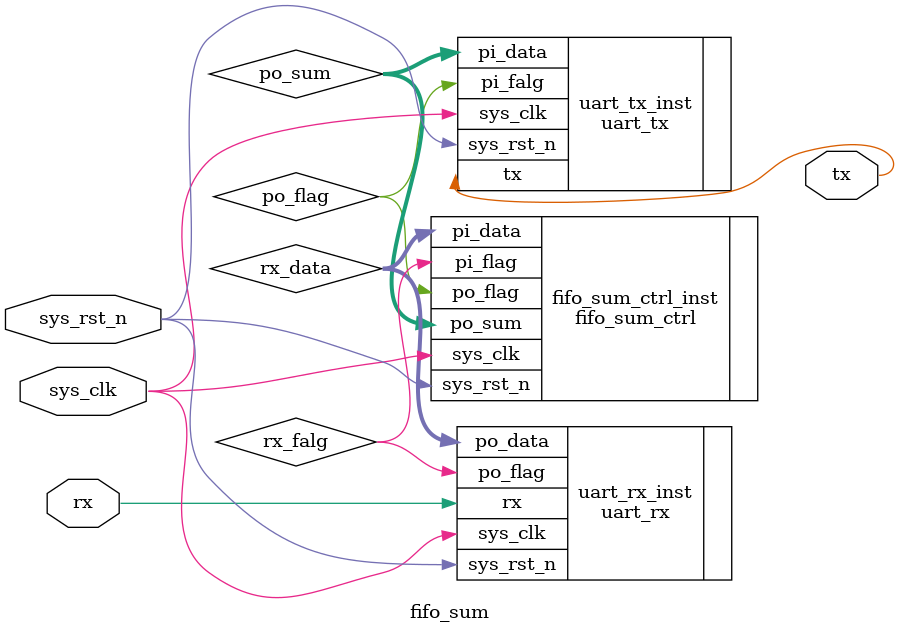
<source format=v>
module  fifo_sum
(
    input   wire            sys_clk     ,
    input   wire            sys_rst_n   ,
    input   wire            rx          ,
    
    output  wire            tx
);

parameter   CLK_FREQ = 50_000_000;

wire  [7:0] rx_data;
wire        rx_falg;
wire        po_flag;
wire  [7:0] po_sum ;

uart_rx
#(
    .UART_BPS(9600      ),
    .CLK_FREQ(CLK_FREQ)
)
uart_rx_inst
(
    .sys_clk     (sys_clk  ),
    .sys_rst_n   (sys_rst_n),
    .rx          (rx       ),
    
    .po_data     (rx_data  ),
    .po_flag     (rx_falg  )
);

fifo_sum_ctrl   fifo_sum_ctrl_inst
(
    .sys_clk     (sys_clk  ),
    .sys_rst_n   (sys_rst_n),
    .pi_flag     (rx_falg  ),
    .pi_data     (rx_data  ),
    
    .po_flag     (po_flag  ),
    .po_sum      (po_sum   )
);

uart_tx
#(
    .UART_BPS(9600      ),
    .CLK_FREQ(CLK_FREQ)
)
uart_tx_inst
(
    .sys_clk     (sys_clk  ),
    .sys_rst_n   (sys_rst_n),
    .pi_data     (po_sum   ),
    .pi_falg     (po_flag  ),
    
    .tx          (tx       )
);
endmodule
</source>
